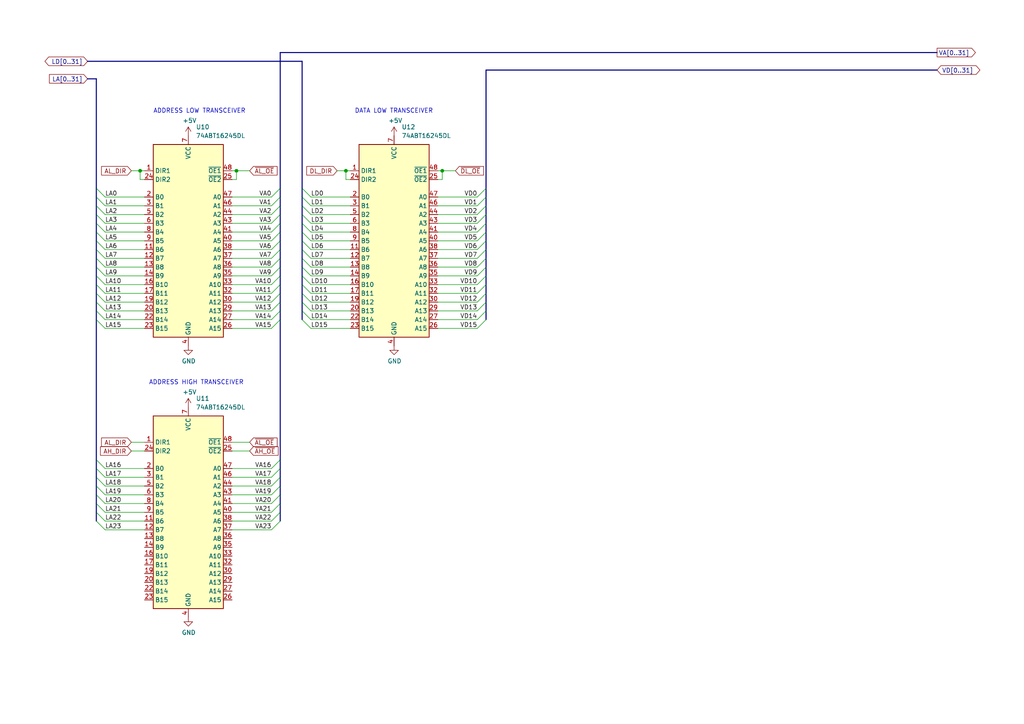
<source format=kicad_sch>
(kicad_sch (version 20231120) (generator "eeschema") (generator_version "8.0")
  (paper "A4")
  (title_block (title "k30s-VME") (rev "1"))
  (junction (at 398.78 138.43))
  (junction (at 433.07 57.15))
  (junction (at 398.78 146.05))
  (junction (at 396.24 57.15))
  (junction (at 349.25 133.35))
  (junction (at 398.78 143.51))
  (junction (at 398.78 133.35))
  (junction (at 100.33 49.53))
  (junction (at 128.27 49.53))
  (junction (at 398.78 130.81))
  (junction (at 68.58 49.53))
  (junction (at 400.05 123.19))
  (junction (at 461.01 57.15))
  (junction (at 427.99 123.19))
  (junction (at 321.31 133.35))
  (junction (at 398.78 140.97))
  (junction (at 398.78 135.89))
  (junction (at 40.64 49.53))
  (junction (at 368.3 57.15))
  (bus_entry (at 138.43 72.39) (size 2.54 -2.54))
  (bus_entry (at 78.74 95.25) (size 2.54 -2.54))
  (bus_entry (at 30.48 151.13) (size -2.54 -2.54))
  (bus_entry (at 419.1 67.31) (size -2.54 -2.54))
  (bus_entry (at 311.15 171.45) (size -2.54 -2.54))
  (bus_entry (at 438.15 168.91) (size 2.54 -2.54))
  (bus_entry (at 90.17 77.47) (size -2.54 -2.54))
  (bus_entry (at 138.43 77.47) (size 2.54 -2.54))
  (bus_entry (at 30.48 82.55) (size -2.54 -2.54))
  (bus_entry (at 311.15 146.05) (size -2.54 -2.54))
  (bus_entry (at 138.43 67.31) (size 2.54 -2.54))
  (bus_entry (at 474.98 92.71) (size 2.54 -2.54))
  (bus_entry (at 408.94 97.79) (size 2.54 -2.54))
  (bus_entry (at 311.15 173.99) (size -2.54 -2.54))
  (bus_entry (at 311.15 156.21) (size -2.54 -2.54))
  (bus_entry (at 355.6 97.79) (size -2.54 -2.54))
  (bus_entry (at 419.1 90.17) (size -2.54 -2.54))
  (bus_entry (at 138.43 87.63) (size 2.54 -2.54))
  (bus_entry (at 438.15 143.51) (size 2.54 -2.54))
  (bus_entry (at 355.6 69.85) (size -2.54 -2.54))
  (bus_entry (at 78.74 62.23) (size 2.54 -2.54))
  (bus_entry (at 90.17 67.31) (size -2.54 -2.54))
  (bus_entry (at 138.43 80.01) (size 2.54 -2.54))
  (bus_entry (at 419.1 74.93) (size -2.54 -2.54))
  (bus_entry (at 359.41 198.12) (size 2.54 -2.54))
  (bus_entry (at 90.17 64.77) (size -2.54 -2.54))
  (bus_entry (at 30.48 153.67) (size -2.54 -2.54))
  (bus_entry (at 30.48 146.05) (size -2.54 -2.54))
  (bus_entry (at 438.15 140.97) (size 2.54 -2.54))
  (bus_entry (at 78.74 148.59) (size 2.54 -2.54))
  (bus_entry (at 30.48 80.01) (size -2.54 -2.54))
  (bus_entry (at 138.43 62.23) (size 2.54 -2.54))
  (bus_entry (at 355.6 80.01) (size -2.54 -2.54))
  (bus_entry (at 438.15 135.89) (size 2.54 -2.54))
  (bus_entry (at 419.1 87.63) (size -2.54 -2.54))
  (bus_entry (at 408.94 64.77) (size 2.54 -2.54))
  (bus_entry (at 355.6 90.17) (size -2.54 -2.54))
  (bus_entry (at 355.6 92.71) (size -2.54 -2.54))
  (bus_entry (at 474.98 64.77) (size 2.54 -2.54))
  (bus_entry (at 438.15 151.13) (size 2.54 -2.54))
  (bus_entry (at 30.48 87.63) (size -2.54 -2.54))
  (bus_entry (at 438.15 148.59) (size 2.54 -2.54))
  (bus_entry (at 408.94 69.85) (size 2.54 -2.54))
  (bus_entry (at 474.98 87.63) (size 2.54 -2.54))
  (bus_entry (at 359.41 203.2) (size 2.54 -2.54))
  (bus_entry (at 408.94 77.47) (size 2.54 -2.54))
  (bus_entry (at 355.6 67.31) (size -2.54 -2.54))
  (bus_entry (at 311.15 213.36) (size -2.54 -2.54))
  (bus_entry (at 359.41 168.91) (size 2.54 -2.54))
  (bus_entry (at 355.6 87.63) (size -2.54 -2.54))
  (bus_entry (at 355.6 82.55) (size -2.54 -2.54))
  (bus_entry (at 438.15 158.75) (size 2.54 -2.54))
  (bus_entry (at 311.15 200.66) (size -2.54 -2.54))
  (bus_entry (at 78.74 143.51) (size 2.54 -2.54))
  (bus_entry (at 90.17 90.17) (size -2.54 -2.54))
  (bus_entry (at 419.1 72.39) (size -2.54 -2.54))
  (bus_entry (at 359.41 200.66) (size 2.54 -2.54))
  (bus_entry (at 419.1 77.47) (size -2.54 -2.54))
  (bus_entry (at 359.41 146.05) (size 2.54 -2.54))
  (bus_entry (at 78.74 59.69) (size 2.54 -2.54))
  (bus_entry (at 355.6 77.47) (size -2.54 -2.54))
  (bus_entry (at 419.1 85.09) (size -2.54 -2.54))
  (bus_entry (at 359.41 158.75) (size 2.54 -2.54))
  (bus_entry (at 359.41 173.99) (size 2.54 -2.54))
  (bus_entry (at 311.15 140.97) (size -2.54 -2.54))
  (bus_entry (at 90.17 72.39) (size -2.54 -2.54))
  (bus_entry (at 408.94 67.31) (size 2.54 -2.54))
  (bus_entry (at 78.74 140.97) (size 2.54 -2.54))
  (bus_entry (at 392.43 166.37) (size -2.54 -2.54))
  (bus_entry (at 474.98 74.93) (size 2.54 -2.54))
  (bus_entry (at 30.48 62.23) (size -2.54 -2.54))
  (bus_entry (at 138.43 95.25) (size 2.54 -2.54))
  (bus_entry (at 78.74 64.77) (size 2.54 -2.54))
  (bus_entry (at 359.41 205.74) (size 2.54 -2.54))
  (bus_entry (at 30.48 85.09) (size -2.54 -2.54))
  (bus_entry (at 30.48 64.77) (size -2.54 -2.54))
  (bus_entry (at 78.74 77.47) (size 2.54 -2.54))
  (bus_entry (at 359.41 151.13) (size 2.54 -2.54))
  (bus_entry (at 392.43 151.13) (size -2.54 -2.54))
  (bus_entry (at 78.74 69.85) (size 2.54 -2.54))
  (bus_entry (at 438.15 166.37) (size 2.54 -2.54))
  (bus_entry (at 30.48 92.71) (size -2.54 -2.54))
  (bus_entry (at 90.17 87.63) (size -2.54 -2.54))
  (bus_entry (at 78.74 57.15) (size 2.54 -2.54))
  (bus_entry (at 355.6 100.33) (size -2.54 -2.54))
  (bus_entry (at 408.94 87.63) (size 2.54 -2.54))
  (bus_entry (at 359.41 208.28) (size 2.54 -2.54))
  (bus_entry (at 78.74 74.93) (size 2.54 -2.54))
  (bus_entry (at 90.17 57.15) (size -2.54 -2.54))
  (bus_entry (at 90.17 80.01) (size -2.54 -2.54))
  (bus_entry (at 359.41 179.07) (size 2.54 -2.54))
  (bus_entry (at 311.15 163.83) (size -2.54 -2.54))
  (bus_entry (at 359.41 176.53) (size 2.54 -2.54))
  (bus_entry (at 30.48 95.25) (size -2.54 -2.54))
  (bus_entry (at 408.94 85.09) (size 2.54 -2.54))
  (bus_entry (at 138.43 82.55) (size 2.54 -2.54))
  (bus_entry (at 392.43 153.67) (size -2.54 -2.54))
  (bus_entry (at 138.43 69.85) (size 2.54 -2.54))
  (bus_entry (at 474.98 85.09) (size 2.54 -2.54))
  (bus_entry (at 392.43 158.75) (size -2.54 -2.54))
  (bus_entry (at 90.17 82.55) (size -2.54 -2.54))
  (bus_entry (at 78.74 138.43) (size 2.54 -2.54))
  (bus_entry (at 30.48 59.69) (size -2.54 -2.54))
  (bus_entry (at 78.74 151.13) (size 2.54 -2.54))
  (bus_entry (at 359.41 213.36) (size 2.54 -2.54))
  (bus_entry (at 474.98 72.39) (size 2.54 -2.54))
  (bus_entry (at 30.48 74.93) (size -2.54 -2.54))
  (bus_entry (at 311.15 176.53) (size -2.54 -2.54))
  (bus_entry (at 419.1 64.77) (size -2.54 -2.54))
  (bus_entry (at 408.94 100.33) (size 2.54 -2.54))
  (bus_entry (at 138.43 90.17) (size 2.54 -2.54))
  (bus_entry (at 392.43 168.91) (size -2.54 -2.54))
  (bus_entry (at 359.41 166.37) (size 2.54 -2.54))
  (bus_entry (at 438.15 153.67) (size 2.54 -2.54))
  (bus_entry (at 30.48 69.85) (size -2.54 -2.54))
  (bus_entry (at 419.1 82.55) (size -2.54 -2.54))
  (bus_entry (at 359.41 163.83) (size 2.54 -2.54))
  (bus_entry (at 311.15 168.91) (size -2.54 -2.54))
  (bus_entry (at 408.94 95.25) (size 2.54 -2.54))
  (bus_entry (at 138.43 85.09) (size 2.54 -2.54))
  (bus_entry (at 311.15 203.2) (size -2.54 -2.54))
  (bus_entry (at 355.6 102.87) (size -2.54 -2.54))
  (bus_entry (at 474.98 82.55) (size 2.54 -2.54))
  (bus_entry (at 311.15 208.28) (size -2.54 -2.54))
  (bus_entry (at 30.48 138.43) (size -2.54 -2.54))
  (bus_entry (at 78.74 85.09) (size 2.54 -2.54))
  (bus_entry (at 419.1 95.25) (size -2.54 -2.54))
  (bus_entry (at 359.41 161.29) (size 2.54 -2.54))
  (bus_entry (at 474.98 67.31) (size 2.54 -2.54))
  (bus_entry (at 474.98 100.33) (size 2.54 -2.54))
  (bus_entry (at 419.1 69.85) (size -2.54 -2.54))
  (bus_entry (at 438.15 133.35) (size 2.54 -2.54))
  (bus_entry (at 438.15 130.81) (size 2.54 -2.54))
  (bus_entry (at 359.41 210.82) (size 2.54 -2.54))
  (bus_entry (at 474.98 80.01) (size 2.54 -2.54))
  (bus_entry (at 438.15 156.21) (size 2.54 -2.54))
  (bus_entry (at 359.41 148.59) (size 2.54 -2.54))
  (bus_entry (at 138.43 74.93) (size 2.54 -2.54))
  (bus_entry (at 311.15 198.12) (size -2.54 -2.54))
  (bus_entry (at 359.41 153.67) (size 2.54 -2.54))
  (bus_entry (at 138.43 59.69) (size 2.54 -2.54))
  (bus_entry (at 311.15 210.82) (size -2.54 -2.54))
  (bus_entry (at 90.17 69.85) (size -2.54 -2.54))
  (bus_entry (at 90.17 85.09) (size -2.54 -2.54))
  (bus_entry (at 78.74 146.05) (size 2.54 -2.54))
  (bus_entry (at 90.17 74.93) (size -2.54 -2.54))
  (bus_entry (at 311.15 143.51) (size -2.54 -2.54))
  (bus_entry (at 30.48 72.39) (size -2.54 -2.54))
  (bus_entry (at 474.98 90.17) (size 2.54 -2.54))
  (bus_entry (at 408.94 72.39) (size 2.54 -2.54))
  (bus_entry (at 355.6 74.93) (size -2.54 -2.54))
  (bus_entry (at 355.6 95.25) (size -2.54 -2.54))
  (bus_entry (at 30.48 140.97) (size -2.54 -2.54))
  (bus_entry (at 30.48 143.51) (size -2.54 -2.54))
  (bus_entry (at 438.15 146.05) (size 2.54 -2.54))
  (bus_entry (at 474.98 97.79) (size 2.54 -2.54))
  (bus_entry (at 359.41 140.97) (size 2.54 -2.54))
  (bus_entry (at 78.74 87.63) (size 2.54 -2.54))
  (bus_entry (at 90.17 92.71) (size -2.54 -2.54))
  (bus_entry (at 392.43 163.83) (size -2.54 -2.54))
  (bus_entry (at 438.15 138.43) (size 2.54 -2.54))
  (bus_entry (at 408.94 74.93) (size 2.54 -2.54))
  (bus_entry (at 30.48 90.17) (size -2.54 -2.54))
  (bus_entry (at 30.48 67.31) (size -2.54 -2.54))
  (bus_entry (at 30.48 57.15) (size -2.54 -2.54))
  (bus_entry (at 408.94 90.17) (size 2.54 -2.54))
  (bus_entry (at 392.43 161.29) (size -2.54 -2.54))
  (bus_entry (at 311.15 195.58) (size -2.54 -2.54))
  (bus_entry (at 138.43 57.15) (size 2.54 -2.54))
  (bus_entry (at 78.74 135.89) (size 2.54 -2.54))
  (bus_entry (at 419.1 97.79) (size -2.54 -2.54))
  (bus_entry (at 311.15 166.37) (size -2.54 -2.54))
  (bus_entry (at 355.6 85.09) (size -2.54 -2.54))
  (bus_entry (at 474.98 102.87) (size 2.54 -2.54))
  (bus_entry (at 474.98 95.25) (size 2.54 -2.54))
  (bus_entry (at 311.15 179.07) (size -2.54 -2.54))
  (bus_entry (at 311.15 158.75) (size -2.54 -2.54))
  (bus_entry (at 419.1 80.01) (size -2.54 -2.54))
  (bus_entry (at 474.98 69.85) (size 2.54 -2.54))
  (bus_entry (at 78.74 92.71) (size 2.54 -2.54))
  (bus_entry (at 311.15 151.13) (size -2.54 -2.54))
  (bus_entry (at 419.1 100.33) (size -2.54 -2.54))
  (bus_entry (at 311.15 161.29) (size -2.54 -2.54))
  (bus_entry (at 78.74 90.17) (size 2.54 -2.54))
  (bus_entry (at 359.41 143.51) (size 2.54 -2.54))
  (bus_entry (at 438.15 163.83) (size 2.54 -2.54))
  (bus_entry (at 408.94 80.01) (size 2.54 -2.54))
  (bus_entry (at 408.94 92.71) (size 2.54 -2.54))
  (bus_entry (at 90.17 62.23) (size -2.54 -2.54))
  (bus_entry (at 311.15 205.74) (size -2.54 -2.54))
  (bus_entry (at 419.1 102.87) (size -2.54 -2.54))
  (bus_entry (at 408.94 102.87) (size 2.54 -2.54))
  (bus_entry (at 408.94 82.55) (size 2.54 -2.54))
  (bus_entry (at 90.17 59.69) (size -2.54 -2.54))
  (bus_entry (at 359.41 195.58) (size 2.54 -2.54))
  (bus_entry (at 392.43 156.21) (size -2.54 -2.54))
  (bus_entry (at 419.1 92.71) (size -2.54 -2.54))
  (bus_entry (at 311.15 153.67) (size -2.54 -2.54))
  (bus_entry (at 438.15 161.29) (size 2.54 -2.54))
  (bus_entry (at 359.41 171.45) (size 2.54 -2.54))
  (bus_entry (at 78.74 153.67) (size 2.54 -2.54))
  (bus_entry (at 90.17 95.25) (size -2.54 -2.54))
  (bus_entry (at 359.41 156.21) (size 2.54 -2.54))
  (bus_entry (at 78.74 80.01) (size 2.54 -2.54))
  (bus_entry (at 355.6 72.39) (size -2.54 -2.54))
  (bus_entry (at 474.98 77.47) (size 2.54 -2.54))
  (bus_entry (at 138.43 64.77) (size 2.54 -2.54))
  (bus_entry (at 30.48 135.89) (size -2.54 -2.54))
  (bus_entry (at 78.74 72.39) (size 2.54 -2.54))
  (bus_entry (at 30.48 148.59) (size -2.54 -2.54))
  (bus_entry (at 311.15 148.59) (size -2.54 -2.54))
  (bus_entry (at 78.74 67.31) (size 2.54 -2.54))
  (bus_entry (at 138.43 92.71) (size 2.54 -2.54))
  (bus_entry (at 30.48 77.47) (size -2.54 -2.54))
  (bus_entry (at 78.74 82.55) (size 2.54 -2.54))
  (bus_entry (at 355.6 64.77) (size -2.54 -2.54))
  (bus (pts (xy 308.61 205.74) (xy 308.61 208.28)))
  (wire (pts (xy 41.91 148.59) (xy 30.48 148.59)))
  (bus (pts (xy 87.63 64.77) (xy 87.63 67.31)))
  (bus (pts (xy 308.61 148.59) (xy 308.61 151.13)))
  (wire (pts (xy 426.72 168.91) (xy 438.15 168.91)))
  (wire (pts (xy 426.72 166.37) (xy 438.15 166.37)))
  (wire (pts (xy 459.74 69.85) (xy 474.98 69.85)))
  (bus (pts (xy 308.61 203.2) (xy 308.61 205.74)))
  (bus (pts (xy 140.97 77.47) (xy 140.97 80.01)))
  (bus (pts (xy 361.95 203.2) (xy 361.95 205.74)))
  (bus (pts (xy 477.52 64.77) (xy 477.52 67.31)))
  (bus (pts (xy 361.95 161.29) (xy 361.95 163.83)))
  (bus (pts (xy 416.56 72.39) (xy 416.56 69.85)))
  (bus (pts (xy 477.52 95.25) (xy 477.52 97.79)))
  (wire (pts (xy 459.74 102.87) (xy 474.98 102.87)))
  (wire (pts (xy 101.6 52.07) (xy 100.33 52.07)))
  (wire (pts (xy 100.33 49.53) (xy 101.6 49.53)))
  (bus (pts (xy 87.63 77.47) (xy 87.63 80.01)))
  (wire (pts (xy 401.32 168.91) (xy 392.43 168.91)))
  (bus (pts (xy 81.28 15.24) (xy 81.28 54.61)))
  (bus (pts (xy 308.61 168.91) (xy 308.61 171.45)))
  (wire (pts (xy 322.58 173.99) (xy 311.15 173.99)))
  (wire (pts (xy 347.98 171.45) (xy 359.41 171.45)))
  (wire (pts (xy 347.98 210.82) (xy 359.41 210.82)))
  (wire (pts (xy 67.31 72.39) (xy 78.74 72.39)))
  (wire (pts (xy 321.31 135.89) (xy 321.31 133.35)))
  (wire (pts (xy 394.97 100.33) (xy 408.94 100.33)))
  (wire (pts (xy 359.41 203.2) (xy 347.98 203.2)))
  (wire (pts (xy 392.43 151.13) (xy 401.32 151.13)))
  (wire (pts (xy 311.15 161.29) (xy 322.58 161.29)))
  (wire (pts (xy 459.74 67.31) (xy 474.98 67.31)))
  (wire (pts (xy 322.58 210.82) (xy 311.15 210.82)))
  (wire (pts (xy 41.91 74.93) (xy 30.48 74.93)))
  (wire (pts (xy 355.6 72.39) (xy 369.57 72.39)))
  (wire (pts (xy 347.98 146.05) (xy 359.41 146.05)))
  (wire (pts (xy 359.41 168.91) (xy 347.98 168.91)))
  (wire (pts (xy 78.74 64.77) (xy 67.31 64.77)))
  (wire (pts (xy 398.78 130.81) (xy 398.78 133.35)))
  (wire (pts (xy 369.57 74.93) (xy 355.6 74.93)))
  (wire (pts (xy 138.43 85.09) (xy 127 85.09)))
  (bus (pts (xy 361.95 153.67) (xy 361.95 156.21)))
  (bus (pts (xy 308.61 161.29) (xy 308.61 163.83)))
  (bus (pts (xy 87.63 57.15) (xy 87.63 59.69)))
  (bus (pts (xy 416.56 64.77) (xy 416.56 62.23)))
  (bus (pts (xy 416.56 67.31) (xy 416.56 64.77)))
  (bus (pts (xy 308.61 97.79) (xy 308.61 138.43)))
  (wire (pts (xy 426.72 138.43) (xy 438.15 138.43)))
  (bus (pts (xy 440.69 158.75) (xy 440.69 161.29)))
  (bus (pts (xy 81.28 62.23) (xy 81.28 64.77)))
  (wire (pts (xy 426.72 148.59) (xy 438.15 148.59)))
  (wire (pts (xy 67.31 49.53) (xy 68.58 49.53)))
  (wire (pts (xy 394.97 102.87) (xy 408.94 102.87)))
  (wire (pts (xy 369.57 69.85) (xy 355.6 69.85)))
  (wire (pts (xy 396.24 59.69) (xy 396.24 57.15)))
  (wire (pts (xy 100.33 52.07) (xy 100.33 49.53)))
  (wire (pts (xy 419.1 85.09) (xy 434.34 85.09)))
  (wire (pts (xy 127 67.31) (xy 138.43 67.31)))
  (bus (pts (xy 411.48 64.77) (xy 411.48 67.31)))
  (wire (pts (xy 67.31 153.67) (xy 78.74 153.67)))
  (bus (pts (xy 440.69 143.51) (xy 440.69 146.05)))
  (wire (pts (xy 401.32 166.37) (xy 392.43 166.37)))
  (wire (pts (xy 397.51 123.19) (xy 400.05 123.19)))
  (wire (pts (xy 127 62.23) (xy 138.43 62.23)))
  (bus (pts (xy 140.97 20.32) (xy 271.78 20.32)))
  (wire (pts (xy 419.1 72.39) (xy 434.34 72.39)))
  (bus (pts (xy 27.94 54.61) (xy 27.94 57.15)))
  (wire (pts (xy 41.91 87.63) (xy 30.48 87.63)))
  (wire (pts (xy 369.57 67.31) (xy 355.6 67.31)))
  (bus (pts (xy 81.28 15.24) (xy 271.78 15.24)))
  (bus (pts (xy 416.56 80.01) (xy 416.56 77.47)))
  (wire (pts (xy 67.31 74.93) (xy 78.74 74.93)))
  (bus (pts (xy 361.95 208.28) (xy 361.95 210.82)))
  (bus (pts (xy 353.06 67.31) (xy 353.06 69.85)))
  (bus (pts (xy 353.06 31.75) (xy 353.06 62.23)))
  (bus (pts (xy 416.56 87.63) (xy 416.56 85.09)))
  (wire (pts (xy 68.58 52.07) (xy 68.58 49.53)))
  (wire (pts (xy 434.34 102.87) (xy 419.1 102.87)))
  (wire (pts (xy 459.74 97.79) (xy 474.98 97.79)))
  (bus (pts (xy 308.61 151.13) (xy 308.61 153.67)))
  (bus (pts (xy 411.48 77.47) (xy 411.48 80.01)))
  (wire (pts (xy 347.98 179.07) (xy 359.41 179.07)))
  (wire (pts (xy 359.41 195.58) (xy 347.98 195.58)))
  (wire (pts (xy 434.34 77.47) (xy 419.1 77.47)))
  (bus (pts (xy 416.56 90.17) (xy 416.56 87.63)))
  (wire (pts (xy 427.99 125.73) (xy 427.99 123.19)))
  (bus (pts (xy 27.94 57.15) (xy 27.94 59.69)))
  (bus (pts (xy 477.52 77.47) (xy 477.52 80.01)))
  (wire (pts (xy 347.98 208.28) (xy 359.41 208.28)))
  (bus (pts (xy 27.94 62.23) (xy 27.94 64.77)))
  (wire (pts (xy 398.78 138.43) (xy 398.78 140.97)))
  (bus (pts (xy 308.61 200.66) (xy 308.61 203.2)))
  (bus (pts (xy 361.95 193.04) (xy 361.95 195.58)))
  (bus (pts (xy 353.06 64.77) (xy 353.06 67.31)))
  (wire (pts (xy 426.72 146.05) (xy 438.15 146.05)))
  (bus (pts (xy 440.69 135.89) (xy 440.69 138.43)))
  (bus (pts (xy 87.63 69.85) (xy 87.63 72.39)))
  (wire (pts (xy 368.3 57.15) (xy 369.57 57.15)))
  (bus (pts (xy 389.89 158.75) (xy 389.89 156.21)))
  (bus (pts (xy 389.89 156.21) (xy 389.89 153.67)))
  (wire (pts (xy 127 69.85) (xy 138.43 69.85)))
  (bus (pts (xy 353.06 90.17) (xy 353.06 92.71)))
  (wire (pts (xy 408.94 92.71) (xy 394.97 92.71)))
  (bus (pts (xy 389.89 151.13) (xy 389.89 148.59)))
  (bus (pts (xy 416.56 95.25) (xy 416.56 92.71)))
  (wire (pts (xy 30.48 135.89) (xy 41.91 135.89)))
  (wire (pts (xy 394.97 59.69) (xy 396.24 59.69)))
  (bus (pts (xy 353.06 92.71) (xy 353.06 95.25)))
  (bus (pts (xy 27.94 82.55) (xy 27.94 85.09)))
  (bus (pts (xy 361.95 190.5) (xy 361.95 193.04)))
  (bus (pts (xy 389.89 144.78) (xy 386.08 144.78)))
  (wire (pts (xy 127 59.69) (xy 138.43 59.69)))
  (bus (pts (xy 27.94 77.47) (xy 27.94 80.01)))
  (bus (pts (xy 477.52 82.55) (xy 477.52 85.09)))
  (wire (pts (xy 347.98 163.83) (xy 359.41 163.83)))
  (wire (pts (xy 67.31 87.63) (xy 78.74 87.63)))
  (wire (pts (xy 419.1 64.77) (xy 434.34 64.77)))
  (bus (pts (xy 308.61 198.12) (xy 308.61 200.66)))
  (wire (pts (xy 67.31 59.69) (xy 78.74 59.69)))
  (bus (pts (xy 140.97 64.77) (xy 140.97 67.31)))
  (wire (pts (xy 78.74 135.89) (xy 67.31 135.89)))
  (bus (pts (xy 353.06 74.93) (xy 353.06 77.47)))
  (bus (pts (xy 440.69 146.05) (xy 440.69 148.59)))
  (wire (pts (xy 41.91 72.39) (xy 30.48 72.39)))
  (wire (pts (xy 434.34 97.79) (xy 419.1 97.79)))
  (wire (pts (xy 426.72 163.83) (xy 438.15 163.83)))
  (wire (pts (xy 398.78 140.97) (xy 401.32 140.97)))
  (bus (pts (xy 361.95 146.05) (xy 361.95 148.59)))
  (bus (pts (xy 411.48 72.39) (xy 411.48 74.93)))
  (bus (pts (xy 140.97 59.69) (xy 140.97 62.23)))
  (bus (pts (xy 416.56 69.85) (xy 416.56 67.31)))
  (bus (pts (xy 81.28 67.31) (xy 81.28 69.85)))
  (bus (pts (xy 444.5 127) (xy 440.69 127)))
  (bus (pts (xy 81.28 77.47) (xy 81.28 80.01)))
  (wire (pts (xy 101.6 80.01) (xy 90.17 80.01)))
  (bus (pts (xy 87.63 90.17) (xy 87.63 92.71)))
  (wire (pts (xy 38.1 49.53) (xy 40.64 49.53)))
  (bus (pts (xy 308.61 195.58) (xy 308.61 198.12)))
  (bus (pts (xy 81.28 72.39) (xy 81.28 74.93)))
  (bus (pts (xy 361.95 97.79) (xy 361.95 138.43)))
  (wire (pts (xy 347.98 213.36) (xy 359.41 213.36)))
  (wire (pts (xy 365.76 57.15) (xy 368.3 57.15)))
  (bus (pts (xy 27.94 148.59) (xy 27.94 151.13)))
  (bus (pts (xy 477.52 90.17) (xy 477.52 92.71)))
  (bus (pts (xy 308.61 166.37) (xy 308.61 168.91)))
  (bus (pts (xy 87.63 54.61) (xy 87.63 17.78)))
  (wire (pts (xy 41.91 67.31) (xy 30.48 67.31)))
  (bus (pts (xy 25.4 22.86) (xy 27.94 22.86)))
  (bus (pts (xy 361.95 173.99) (xy 361.95 176.53)))
  (wire (pts (xy 355.6 64.77) (xy 369.57 64.77)))
  (wire (pts (xy 67.31 128.27) (xy 72.39 128.27)))
  (wire (pts (xy 394.97 80.01) (xy 408.94 80.01)))
  (wire (pts (xy 398.78 133.35) (xy 401.32 133.35)))
  (wire (pts (xy 394.97 69.85) (xy 408.94 69.85)))
  (wire (pts (xy 322.58 200.66) (xy 311.15 200.66)))
  (wire (pts (xy 426.72 123.19) (xy 427.99 123.19)))
  (bus (pts (xy 411.48 97.79) (xy 411.48 100.33)))
  (wire (pts (xy 426.72 130.81) (xy 438.15 130.81)))
  (wire (pts (xy 101.6 92.71) (xy 90.17 92.71)))
  (wire (pts (xy 322.58 176.53) (xy 311.15 176.53)))
  (bus (pts (xy 361.95 163.83) (xy 361.95 166.37)))
  (bus (pts (xy 440.69 130.81) (xy 440.69 133.35)))
  (bus (pts (xy 353.06 97.79) (xy 353.06 100.33)))
  (wire (pts (xy 101.6 59.69) (xy 90.17 59.69)))
  (bus (pts (xy 477.52 74.93) (xy 477.52 77.47)))
  (bus (pts (xy 27.94 85.09) (xy 27.94 87.63)))
  (wire (pts (xy 67.31 138.43) (xy 78.74 138.43)))
  (bus (pts (xy 416.56 74.93) (xy 416.56 72.39)))
  (bus (pts (xy 411.48 87.63) (xy 411.48 90.17)))
  (wire (pts (xy 426.72 156.21) (xy 438.15 156.21)))
  (wire (pts (xy 67.31 92.71) (xy 78.74 92.71)))
  (bus (pts (xy 81.28 90.17) (xy 81.28 92.71)))
  (wire (pts (xy 392.43 158.75) (xy 401.32 158.75)))
  (bus (pts (xy 416.56 85.09) (xy 416.56 82.55)))
  (bus (pts (xy 308.61 171.45) (xy 308.61 173.99)))
  (bus (pts (xy 361.95 195.58) (xy 361.95 198.12)))
  (bus (pts (xy 411.48 67.31) (xy 411.48 69.85)))
  (bus (pts (xy 27.94 92.71) (xy 27.94 133.35)))
  (bus (pts (xy 389.89 161.29) (xy 389.89 158.75)))
  (wire (pts (xy 398.78 146.05) (xy 401.32 146.05)))
  (wire (pts (xy 398.78 143.51) (xy 398.78 146.05)))
  (bus (pts (xy 81.28 148.59) (xy 81.28 151.13)))
  (bus (pts (xy 477.52 80.01) (xy 477.52 82.55)))
  (bus (pts (xy 81.28 57.15) (xy 81.28 59.69)))
  (wire (pts (xy 426.72 158.75) (xy 438.15 158.75)))
  (bus (pts (xy 361.95 156.21) (xy 361.95 158.75)))
  (wire (pts (xy 398.78 143.51) (xy 401.32 143.51)))
  (wire (pts (xy 359.41 161.29) (xy 347.98 161.29)))
  (wire (pts (xy 138.43 57.15) (xy 127 57.15)))
  (wire (pts (xy 401.32 125.73) (xy 400.05 125.73)))
  (wire (pts (xy 369.57 77.47) (xy 355.6 77.47)))
  (bus (pts (xy 140.97 82.55) (xy 140.97 85.09)))
  (wire (pts (xy 78.74 85.09) (xy 67.31 85.09)))
  (wire (pts (xy 67.31 140.97) (xy 78.74 140.97)))
  (bus (pts (xy 411.48 95.25) (xy 411.48 97.79)))
  (wire (pts (xy 68.58 49.53) (xy 72.39 49.53)))
  (bus (pts (xy 477.52 62.23) (xy 477.52 64.77)))
  (wire (pts (xy 322.58 163.83) (xy 311.15 163.83)))
  (bus (pts (xy 416.56 62.23) (xy 416.56 31.75)))
  (wire (pts (xy 430.53 57.15) (xy 433.07 57.15)))
  (wire (pts (xy 322.58 205.74) (xy 311.15 205.74)))
  (wire (pts (xy 459.74 82.55) (xy 474.98 82.55)))
  (bus (pts (xy 308.61 193.04) (xy 308.61 195.58)))
  (bus (pts (xy 389.89 153.67) (xy 389.89 151.13)))
  (bus (pts (xy 440.69 148.59) (xy 440.69 151.13)))
  (wire (pts (xy 347.98 176.53) (xy 359.41 176.53)))
  (wire (pts (xy 347.98 151.13) (xy 359.41 151.13)))
  (bus (pts (xy 361.95 143.51) (xy 361.95 146.05)))
  (wire (pts (xy 401.32 156.21) (xy 392.43 156.21)))
  (wire (pts (xy 41.91 80.01) (xy 30.48 80.01)))
  (bus (pts (xy 353.06 69.85) (xy 353.06 72.39)))
  (bus (pts (xy 140.97 74.93) (xy 140.97 77.47)))
  (wire (pts (xy 474.98 64.77) (xy 459.74 64.77)))
  (bus (pts (xy 27.94 138.43) (xy 27.94 140.97)))
  (bus (pts (xy 440.69 151.13) (xy 440.69 153.67)))
  (bus (pts (xy 361.95 158.75) (xy 361.95 161.29)))
  (bus (pts (xy 81.28 59.69) (xy 81.28 62.23)))
  (wire (pts (xy 408.94 85.09) (xy 394.97 85.09)))
  (bus (pts (xy 308.61 140.97) (xy 308.61 143.51)))
  (bus (pts (xy 81.28 64.77) (xy 81.28 67.31)))
  (wire (pts (xy 41.91 153.67) (xy 30.48 153.67)))
  (bus (pts (xy 308.61 138.43) (xy 308.61 140.97)))
  (wire (pts (xy 322.58 156.21) (xy 311.15 156.21)))
  (wire (pts (xy 41.91 90.17) (xy 30.48 90.17)))
  (bus (pts (xy 389.89 166.37) (xy 389.89 163.83)))
  (wire (pts (xy 359.41 140.97) (xy 347.98 140.97)))
  (wire (pts (xy 426.72 161.29) (xy 438.15 161.29)))
  (bus (pts (xy 308.61 158.75) (xy 308.61 161.29)))
  (wire (pts (xy 78.74 143.51) (xy 67.31 143.51)))
  (wire (pts (xy 90.17 57.15) (xy 101.6 57.15)))
  (bus (pts (xy 81.28 143.51) (xy 81.28 146.05)))
  (wire (pts (xy 318.77 133.35) (xy 321.31 133.35)))
  (bus (pts (xy 477.52 87.63) (xy 477.52 90.17)))
  (wire (pts (xy 347.98 156.21) (xy 359.41 156.21)))
  (wire (pts (xy 434.34 74.93) (xy 419.1 74.93)))
  (wire (pts (xy 311.15 195.58) (xy 322.58 195.58)))
  (wire (pts (xy 30.48 77.47) (xy 41.91 77.47)))
  (bus (pts (xy 353.06 87.63) (xy 353.06 90.17)))
  (bus (pts (xy 361.95 200.66) (xy 361.95 203.2)))
  (bus (pts (xy 87.63 72.39) (xy 87.63 74.93)))
  (wire (pts (xy 426.72 133.35) (xy 438.15 133.35)))
  (bus (pts (xy 411.48 80.01) (xy 411.48 82.55)))
  (wire (pts (xy 41.91 52.07) (xy 40.64 52.07)))
  (wire (pts (xy 67.31 95.25) (xy 78.74 95.25)))
  (wire (pts (xy 400.05 125.73) (xy 400.05 123.19)))
  (wire (pts (xy 459.74 100.33) (xy 474.98 100.33)))
  (wire (pts (xy 67.31 69.85) (xy 78.74 69.85)))
  (wire (pts (xy 101.6 95.25) (xy 90.17 95.25)))
  (bus (pts (xy 81.28 146.05) (xy 81.28 148.59)))
  (bus (pts (xy 416.56 82.55) (xy 416.56 80.01)))
  (bus (pts (xy 87.63 59.69) (xy 87.63 62.23)))
  (bus (pts (xy 440.69 156.21) (xy 440.69 158.75)))
  (bus (pts (xy 353.06 72.39) (xy 353.06 74.93)))
  (wire (pts (xy 433.07 59.69) (xy 433.07 57.15)))
  (wire (pts (xy 322.58 151.13) (xy 311.15 151.13)))
  (wire (pts (xy 101.6 72.39) (xy 90.17 72.39)))
  (wire (pts (xy 434.34 100.33) (xy 419.1 100.33)))
  (bus (pts (xy 416.56 77.47) (xy 416.56 74.93)))
  (wire (pts (xy 101.6 90.17) (xy 90.17 90.17)))
  (wire (pts (xy 394.97 95.25) (xy 408.94 95.25)))
  (bus (pts (xy 140.97 87.63) (xy 140.97 90.17)))
  (wire (pts (xy 67.31 148.59) (xy 78.74 148.59)))
  (wire (pts (xy 322.58 179.07) (xy 311.15 179.07)))
  (wire (pts (xy 101.6 87.63) (xy 90.17 87.63)))
  (wire (pts (xy 398.78 138.43) (xy 401.32 138.43)))
  (bus (pts (xy 27.94 59.69) (xy 27.94 62.23)))
  (wire (pts (xy 90.17 64.77) (xy 101.6 64.77)))
  (wire (pts (xy 322.58 166.37) (xy 311.15 166.37)))
  (bus (pts (xy 477.52 92.71) (xy 477.52 95.25)))
  (bus (pts (xy 81.28 133.35) (xy 81.28 135.89)))
  (bus (pts (xy 87.63 82.55) (xy 87.63 85.09)))
  (wire (pts (xy 426.72 143.51) (xy 438.15 143.51)))
  (bus (pts (xy 27.94 72.39) (xy 27.94 74.93)))
  (wire (pts (xy 434.34 69.85) (xy 419.1 69.85)))
  (bus (pts (xy 389.89 148.59) (xy 389.89 144.78)))
  (wire (pts (xy 127 80.01) (xy 138.43 80.01)))
  (bus (pts (xy 353.06 95.25) (xy 353.06 97.79)))
  (wire (pts (xy 459.74 74.93) (xy 474.98 74.93)))
  (bus (pts (xy 27.94 143.51) (xy 27.94 146.05)))
  (bus (pts (xy 411.48 62.23) (xy 411.48 64.77)))
  (wire (pts (xy 322.58 198.12) (xy 311.15 198.12)))
  (bus (pts (xy 361.95 205.74) (xy 361.95 208.28)))
  (bus (pts (xy 440.69 140.97) (xy 440.69 143.51)))
  (wire (pts (xy 383.54 130.81) (xy 398.78 130.81)))
  (wire (pts (xy 394.97 57.15) (xy 396.24 57.15)))
  (wire (pts (xy 394.97 74.93) (xy 408.94 74.93)))
  (bus (pts (xy 477.52 67.31) (xy 477.52 69.85)))
  (bus (pts (xy 308.61 146.05) (xy 308.61 148.59)))
  (wire (pts (xy 434.34 80.01) (xy 419.1 80.01)))
  (wire (pts (xy 67.31 130.81) (xy 72.39 130.81)))
  (bus (pts (xy 356.87 29.21) (xy 477.52 29.21)))
  (bus (pts (xy 87.63 85.09) (xy 87.63 87.63)))
  (wire (pts (xy 394.97 67.31) (xy 408.94 67.31)))
  (wire (pts (xy 408.94 72.39) (xy 394.97 72.39)))
  (wire (pts (xy 38.1 128.27) (xy 41.91 128.27)))
  (wire (pts (xy 459.74 59.69) (xy 461.01 59.69)))
  (wire (pts (xy 398.78 140.97) (xy 398.78 143.51)))
  (wire (pts (xy 67.31 146.05) (xy 78.74 146.05)))
  (bus (pts (xy 389.89 163.83) (xy 389.89 161.29)))
  (wire (pts (xy 369.57 90.17) (xy 355.6 90.17)))
  (wire (pts (xy 30.48 64.77) (xy 41.91 64.77)))
  (bus (pts (xy 411.48 69.85) (xy 411.48 72.39)))
  (bus (pts (xy 440.69 138.43) (xy 440.69 140.97)))
  (wire (pts (xy 127 49.53) (xy 128.27 49.53)))
  (wire (pts (xy 369.57 59.69) (xy 368.3 59.69)))
  (bus (pts (xy 140.97 57.15) (xy 140.97 59.69)))
  (bus (pts (xy 87.63 54.61) (xy 87.63 57.15)))
  (bus (pts (xy 416.56 100.33) (xy 416.56 97.79)))
  (bus (pts (xy 440.69 153.67) (xy 440.69 156.21)))
  (bus (pts (xy 361.95 138.43) (xy 361.95 140.97)))
  (bus (pts (xy 477.52 72.39) (xy 477.52 74.93)))
  (bus (pts (xy 140.97 80.01) (xy 140.97 82.55)))
  (wire (pts (xy 67.31 62.23) (xy 78.74 62.23)))
  (wire (pts (xy 322.58 158.75) (xy 311.15 158.75)))
  (bus (pts (xy 87.63 17.78) (xy 25.4 17.78)))
  (bus (pts (xy 81.28 135.89) (xy 81.28 138.43)))
  (wire (pts (xy 347.98 205.74) (xy 359.41 205.74)))
  (wire (pts (xy 347.98 173.99) (xy 359.41 173.99)))
  (wire (pts (xy 355.6 85.09) (xy 369.57 85.09)))
  (wire (pts (xy 394.97 90.17) (xy 408.94 90.17)))
  (bus (pts (xy 27.94 80.01) (xy 27.94 82.55)))
  (wire (pts (xy 127 90.17) (xy 138.43 90.17)))
  (wire (pts (xy 474.98 85.09) (xy 459.74 85.09)))
  (bus (pts (xy 361.95 151.13) (xy 361.95 153.67)))
  (wire (pts (xy 434.34 67.31) (xy 419.1 67.31)))
  (bus (pts (xy 361.95 168.91) (xy 361.95 171.45)))
  (wire (pts (xy 322.58 208.28) (xy 311.15 208.28)))
  (wire (pts (xy 41.91 59.69) (xy 30.48 59.69)))
  (wire (pts (xy 127 95.25) (xy 138.43 95.25)))
  (wire (pts (xy 78.74 77.47) (xy 67.31 77.47)))
  (wire (pts (xy 398.78 146.05) (xy 398.78 148.59)))
  (bus (pts (xy 411.48 82.55) (xy 411.48 85.09)))
  (bus (pts (xy 361.95 171.45) (xy 361.95 173.99)))
  (wire (pts (xy 311.15 148.59) (xy 322.58 148.59)))
  (bus (pts (xy 416.56 97.79) (xy 416.56 95.25)))
  (wire (pts (xy 359.41 148.59) (xy 347.98 148.59)))
  (wire (pts (xy 433.07 57.15) (xy 434.34 57.15)))
  (bus (pts (xy 308.61 143.51) (xy 308.61 146.05)))
  (bus (pts (xy 81.28 82.55) (xy 81.28 85.09)))
  (wire (pts (xy 67.31 151.13) (xy 78.74 151.13)))
  (wire (pts (xy 347.98 135.89) (xy 349.25 135.89)))
  (wire (pts (xy 321.31 133.35) (xy 322.58 133.35)))
  (bus (pts (xy 87.63 62.23) (xy 87.63 64.77)))
  (bus (pts (xy 308.61 208.28) (xy 308.61 210.82)))
  (wire (pts (xy 67.31 80.01) (xy 78.74 80.01)))
  (bus (pts (xy 308.61 153.67) (xy 308.61 156.21)))
  (wire (pts (xy 41.91 92.71) (xy 30.48 92.71)))
  (bus (pts (xy 477.52 97.79) (xy 477.52 100.33)))
  (wire (pts (xy 355.6 92.71) (xy 369.57 92.71)))
  (wire (pts (xy 426.72 125.73) (xy 427.99 125.73)))
  (wire (pts (xy 127 52.07) (xy 128.27 52.07)))
  (bus (pts (xy 416.56 92.71) (xy 416.56 90.17)))
  (bus (pts (xy 140.97 85.09) (xy 140.97 87.63)))
  (wire (pts (xy 41.91 140.97) (xy 30.48 140.97)))
  (bus (pts (xy 27.94 54.61) (xy 27.94 22.86)))
  (wire (pts (xy 401.32 148.59) (xy 398.78 148.59)))
  (wire (pts (xy 30.48 85.09) (xy 41.91 85.09)))
  (wire (pts (xy 322.58 143.51) (xy 311.15 143.51)))
  (wire (pts (xy 347.98 200.66) (xy 359.41 200.66)))
  (wire (pts (xy 394.97 77.47) (xy 408.94 77.47)))
  (bus (pts (xy 440.69 161.29) (xy 440.69 163.83)))
  (wire (pts (xy 30.48 57.15) (xy 41.91 57.15)))
  (bus (pts (xy 81.28 87.63) (xy 81.28 90.17)))
  (bus (pts (xy 140.97 69.85) (xy 140.97 72.39)))
  (bus (pts (xy 440.69 127) (xy 440.69 128.27)))
  (wire (pts (xy 383.54 127) (xy 383.54 130.81)))
  (wire (pts (xy 459.74 80.01) (xy 474.98 80.01)))
  (wire (pts (xy 369.57 100.33) (xy 355.6 100.33)))
  (wire (pts (xy 78.74 57.15) (xy 67.31 57.15)))
  (wire (pts (xy 67.31 52.07) (xy 68.58 52.07)))
  (wire (pts (xy 434.34 90.17) (xy 419.1 90.17)))
  (wire (pts (xy 394.97 87.63) (xy 408.94 87.63)))
  (wire (pts (xy 347.98 166.37) (xy 359.41 166.37)))
  (wire (pts (xy 349.25 135.89) (xy 349.25 133.35)))
  (wire (pts (xy 401.32 161.29) (xy 392.43 161.29)))
  (bus (pts (xy 440.69 128.27) (xy 440.69 130.81)))
  (wire (pts (xy 127 74.93) (xy 138.43 74.93)))
  (wire (pts (xy 322.58 135.89) (xy 321.31 135.89)))
  (wire (pts (xy 394.97 97.79) (xy 408.94 97.79)))
  (wire (pts (xy 90.17 77.47) (xy 101.6 77.47)))
  (wire (pts (xy 322.58 146.05) (xy 311.15 146.05)))
  (bus (pts (xy 440.69 133.35) (xy 440.69 135.89)))
  (wire (pts (xy 459.74 90.17) (xy 474.98 90.17)))
  (bus (pts (xy 361.95 166.37) (xy 361.95 168.91)))
  (wire (pts (xy 408.94 64.77) (xy 394.97 64.77)))
  (wire (pts (xy 38.1 130.81) (xy 41.91 130.81)))
  (wire (pts (xy 347.98 153.67) (xy 359.41 153.67)))
  (bus (pts (xy 411.48 34.29) (xy 411.48 62.23)))
  (wire (pts (xy 127 72.39) (xy 138.43 72.39)))
  (wire (pts (xy 347.98 133.35) (xy 349.25 133.35)))
  (wire (pts (xy 401.32 163.83) (xy 392.43 163.83)))
  (wire (pts (xy 459.74 57.15) (xy 461.01 57.15)))
  (wire (pts (xy 369.57 95.25) (xy 355.6 95.25)))
  (bus (pts (xy 353.06 77.47) (xy 353.06 80.01)))
  (wire (pts (xy 41.91 62.23) (xy 30.48 62.23)))
  (bus (pts (xy 411.48 85.09) (xy 411.48 87.63)))
  (bus (pts (xy 140.97 67.31) (xy 140.97 69.85)))
  (wire (pts (xy 398.78 130.81) (xy 401.32 130.81)))
  (bus (pts (xy 308.61 190.5) (xy 308.61 193.04)))
  (wire (pts (xy 41.91 138.43) (xy 30.48 138.43)))
  (bus (pts (xy 27.94 87.63) (xy 27.94 90.17)))
  (bus (pts (xy 87.63 67.31) (xy 87.63 69.85)))
  (wire (pts (xy 398.78 133.35) (xy 398.78 135.89)))
  (wire (pts (xy 101.6 67.31) (xy 90.17 67.31)))
  (wire (pts (xy 474.98 92.71) (xy 459.74 92.71)))
  (wire (pts (xy 434.34 87.63) (xy 419.1 87.63)))
  (bus (pts (xy 87.63 80.01) (xy 87.63 82.55)))
  (wire (pts (xy 127 82.55) (xy 138.43 82.55)))
  (bus (pts (xy 140.97 20.32) (xy 140.97 54.61)))
  (bus (pts (xy 361.95 198.12) (xy 361.95 200.66)))
  (bus (pts (xy 308.61 156.21) (xy 308.61 158.75)))
  (wire (pts (xy 322.58 153.67) (xy 311.15 153.67)))
  (bus (pts (xy 308.61 173.99) (xy 308.61 176.53)))
  (wire (pts (xy 41.91 69.85) (xy 30.48 69.85)))
  (wire (pts (xy 369.57 80.01) (xy 355.6 80.01)))
  (wire (pts (xy 369.57 82.55) (xy 355.6 82.55)))
  (bus (pts (xy 27.94 146.05) (xy 27.94 148.59)))
  (wire (pts (xy 347.98 158.75) (xy 359.41 158.75)))
  (wire (pts (xy 400.05 123.19) (xy 401.32 123.19)))
  (wire (pts (xy 322.58 171.45) (xy 311.15 171.45)))
  (bus (pts (xy 353.06 62.23) (xy 353.06 64.77)))
  (bus (pts (xy 411.48 74.93) (xy 411.48 77.47)))
  (bus (pts (xy 81.28 54.61) (xy 81.28 57.15)))
  (bus (pts (xy 27.94 74.93) (xy 27.94 77.47)))
  (wire (pts (xy 138.43 77.47) (xy 127 77.47)))
  (bus (pts (xy 81.28 74.93) (xy 81.28 77.47)))
  (wire (pts (xy 474.98 72.39) (xy 459.74 72.39)))
  (wire (pts (xy 347.98 198.12) (xy 359.41 198.12)))
  (wire (pts (xy 41.91 82.55) (xy 30.48 82.55)))
  (wire (pts (xy 434.34 59.69) (xy 433.07 59.69)))
  (wire (pts (xy 40.64 49.53) (xy 41.91 49.53)))
  (wire (pts (xy 427.99 123.19) (xy 431.8 123.19)))
  (wire (pts (xy 41.91 151.13) (xy 30.48 151.13)))
  (wire (pts (xy 311.15 168.91) (xy 322.58 168.91)))
  (bus (pts (xy 477.52 29.21) (xy 477.52 62.23)))
  (bus (pts (xy 477.52 85.09) (xy 477.52 87.63)))
  (wire (pts (xy 30.48 143.51) (xy 41.91 143.51)))
  (bus (pts (xy 140.97 62.23) (xy 140.97 64.77)))
  (wire (pts (xy 461.01 57.15) (xy 464.82 57.15)))
  (wire (pts (xy 461.01 59.69) (xy 461.01 57.15)))
  (wire (pts (xy 311.15 203.2) (xy 322.58 203.2)))
  (bus (pts (xy 27.94 64.77) (xy 27.94 67.31)))
  (wire (pts (xy 459.74 95.25) (xy 474.98 95.25)))
  (bus (pts (xy 27.94 135.89) (xy 27.94 138.43)))
  (wire (pts (xy 311.15 140.97) (xy 322.58 140.97)))
  (bus (pts (xy 411.48 92.71) (xy 411.48 95.25)))
  (bus (pts (xy 81.28 138.43) (xy 81.28 140.97)))
  (wire (pts (xy 97.79 49.53) (xy 100.33 49.53)))
  (wire (pts (xy 101.6 74.93) (xy 90.17 74.93)))
  (bus (pts (xy 353.06 85.09) (xy 353.06 87.63)))
  (wire (pts (xy 419.1 92.71) (xy 434.34 92.71)))
  (bus (pts (xy 361.95 140.97) (xy 361.95 143.51)))
  (bus (pts (xy 27.94 140.97) (xy 27.94 143.51)))
  (wire (pts (xy 434.34 95.25) (xy 419.1 95.25)))
  (bus (pts (xy 27.94 67.31) (xy 27.94 69.85)))
  (wire (pts (xy 349.25 133.35) (xy 353.06 133.35)))
  (wire (pts (xy 369.57 87.63) (xy 355.6 87.63)))
  (bus (pts (xy 140.97 90.17) (xy 140.97 92.71)))
  (wire (pts (xy 127 92.71) (xy 138.43 92.71)))
  (bus (pts (xy 87.63 87.63) (xy 87.63 90.17)))
  (wire (pts (xy 128.27 52.07) (xy 128.27 49.53)))
  (wire (pts (xy 426.72 135.89) (xy 438.15 135.89)))
  (wire (pts (xy 398.78 135.89) (xy 398.78 138.43)))
  (wire (pts (xy 459.74 77.47) (xy 474.98 77.47)))
  (wire (pts (xy 128.27 49.53) (xy 132.08 49.53)))
  (wire (pts (xy 101.6 69.85) (xy 90.17 69.85)))
  (bus (pts (xy 140.97 54.61) (xy 140.97 57.15)))
  (wire (pts (xy 426.72 151.13) (xy 438.15 151.13)))
  (wire (pts (xy 41.91 95.25) (xy 30.48 95.25)))
  (bus (pts (xy 353.06 80.01) (xy 353.06 82.55)))
  (wire (pts (xy 369.57 102.87) (xy 355.6 102.87)))
  (wire (pts (xy 67.31 82.55) (xy 78.74 82.55)))
  (bus (pts (xy 440.69 163.83) (xy 440.69 166.37)))
  (bus (pts (xy 81.28 69.85) (xy 81.28 72.39)))
  (wire (pts (xy 41.91 146.05) (xy 30.48 146.05)))
  (bus (pts (xy 81.28 92.71) (xy 81.28 133.35)))
  (bus (pts (xy 308.61 163.83) (xy 308.61 166.37)))
  (wire (pts (xy 369.57 97.79) (xy 355.6 97.79)))
  (bus (pts (xy 87.63 74.93) (xy 87.63 77.47)))
  (wire (pts (xy 426.72 140.97) (xy 438.15 140.97)))
  (bus (pts (xy 353.06 82.55) (xy 353.06 85.09)))
  (wire (pts (xy 434.34 82.55) (xy 419.1 82.55)))
  (bus (pts (xy 81.28 80.01) (xy 81.28 82.55)))
  (wire (pts (xy 394.97 82.55) (xy 408.94 82.55)))
  (wire (pts (xy 127 87.63) (xy 138.43 87.63)))
  (bus (pts (xy 81.28 140.97) (xy 81.28 143.51)))
  (bus (pts (xy 140.97 72.39) (xy 140.97 74.93)))
  (wire (pts (xy 101.6 62.23) (xy 90.17 62.23)))
  (bus (pts (xy 361.95 148.59) (xy 361.95 151.13)))
  (wire (pts (xy 401.32 153.67) (xy 392.43 153.67)))
  (wire (pts (xy 90.17 85.09) (xy 101.6 85.09)))
  (bus (pts (xy 27.94 69.85) (xy 27.94 72.39)))
  (bus (pts (xy 411.48 90.17) (xy 411.48 92.71)))
  (wire (pts (xy 67.31 67.31) (xy 78.74 67.31)))
  (wire (pts (xy 398.78 135.89) (xy 401.32 135.89)))
  (wire (pts (xy 459.74 87.63) (xy 474.98 87.63)))
  (wire (pts (xy 138.43 64.77) (xy 127 64.77)))
  (bus (pts (xy 81.28 85.09) (xy 81.28 87.63)))
  (wire (pts (xy 101.6 82.55) (xy 90.17 82.55)))
  (bus (pts (xy 27.94 90.17) (xy 27.94 92.71)))
  (wire (pts (xy 396.24 57.15) (xy 400.05 57.15)))
  (bus (pts (xy 477.52 69.85) (xy 477.52 72.39)))
  (wire (pts (xy 40.64 52.07) (xy 40.64 49.53)))
  (wire (pts (xy 322.58 213.36) (xy 311.15 213.36)))
  (wire (pts (xy 347.98 143.51) (xy 359.41 143.51)))
  (wire (pts (xy 67.31 90.17) (xy 78.74 90.17)))
  (bus (pts (xy 27.94 133.35) (xy 27.94 135.89)))
  (wire (pts (xy 368.3 59.69) (xy 368.3 57.15)))
  (wire (pts (xy 426.72 153.67) (xy 438.15 153.67)))
  (text "D16 CROSS TRANSCEIVER\n" (at 370.84 40.64 0) (effects (font (size 1.27 1.27)) (justify left bottom)))
  (text "ADDRESS HIGH TRANSCEIVER\n" (at 43.18 111.76 0) (effects (font (size 1.27 1.27)) (justify left bottom)))
  (text "MD32 CROSS TRANSCEIVER\n" (at 434.34 40.64 0) (effects (font (size 1.27 1.27)) (justify left bottom)))
  (text "ADDRESS LOW TRANSCEIVER\n" (at 44.45 33.02 0) (effects (font (size 1.27 1.27)) (justify left bottom)))
  (text "A40 CROSS TRANSCEIVER\n" (at 402.59 106.68 0) (effects (font (size 1.27 1.27)) (justify left bottom)))
  (text "DATA LOW TRANSCEIVER\n" (at 102.87 33.02 0) (effects (font (size 1.27 1.27)) (justify left bottom)))
  (text "DATA HIGH TRANSCEIVER\n" (at 323.85 116.84 0) (effects (font (size 1.27 1.27)) (justify left bottom)))
  (label "VD20" (at 359.41 151.13 180))
  (label "LA20" (at 30.48 146.05 0))
  (label "VD17" (at 359.41 143.51 180))
  (label "VA0" (at 474.98 64.77 180))
  (label "VA8" (at 474.98 85.09 180))
  (label "LD19" (at 419.1 72.39 0))
  (label "LD28" (at 311.15 171.45 0))
  (label "LD24" (at 355.6 85.09 0))
  (label "VA2" (at 474.98 69.85 180))
  (label "VA15" (at 78.74 95.25 180))
  (label "VA11" (at 78.74 85.09 180))
  (label "VD2" (at 408.94 69.85 180))
  (label "VD7" (at 438.15 148.59 180))
  (label "LD24" (at 419.1 85.09 0))
  (label "VD0" (at 408.94 64.77 180))
  (label "VA5" (at 474.98 77.47 180))
  (label "LA18" (at 30.48 140.97 0))
  (label "VD22" (at 359.41 156.21 180))
  (label "LA6" (at 30.48 72.39 0))
  (label "VA9" (at 78.74 80.01 180))
  (label "VA29" (at 359.41 208.28 180))
  (label "VD29" (at 359.41 173.99 180))
  (label "VD8" (at 438.15 151.13 180))
  (label "VD14" (at 408.94 100.33 180))
  (label "VA10" (at 78.74 82.55 180))
  (label "LD21" (at 419.1 77.47 0))
  (label "LD28" (at 419.1 95.25 0))
  (label "VD10" (at 408.94 90.17 180))
  (label "VD27" (at 359.41 168.91 180))
  (label "LD25" (at 311.15 163.83 0))
  (label "LD25" (at 355.6 87.63 0))
  (label "LD21" (at 311.15 153.67 0))
  (label "LD8" (at 90.17 77.47 0))
  (label "VA7" (at 474.98 82.55 180))
  (label "LA27" (at 392.43 158.75 0))
  (label "VD9" (at 138.43 80.01 180))
  (label "LA14" (at 30.48 92.71 0))
  (label "LD28" (at 355.6 95.25 0))
  (label "LA1" (at 30.48 59.69 0))
  (label "LD2" (at 90.17 62.23 0))
  (label "VA13" (at 474.98 97.79 180))
  (label "LD16" (at 419.1 64.77 0))
  (label "VA4" (at 78.74 67.31 180))
  (label "LD15" (at 90.17 95.25 0))
  (label "VD13" (at 408.94 97.79 180))
  (label "LD18" (at 419.1 69.85 0))
  (label "VD8" (at 408.94 85.09 180))
  (label "VD30" (at 359.41 176.53 180))
  (label "VD0" (at 438.15 130.81 180))
  (label "VA27" (at 359.41 203.2 180))
  (label "LA31" (at 311.15 213.36 0))
  (label "LA24" (at 392.43 151.13 0))
  (label "LD31" (at 355.6 102.87 0))
  (label "LA25" (at 392.43 153.67 0))
  (label "LD17" (at 355.6 67.31 0))
  (label "LA26" (at 311.15 200.66 0))
  (label "LD13" (at 90.17 90.17 0))
  (label "LD29" (at 419.1 97.79 0))
  (label "VA3" (at 78.74 64.77 180))
  (label "VD9" (at 438.15 153.67 180))
  (label "LA17" (at 30.48 138.43 0))
  (label "VD31" (at 359.41 179.07 180))
  (label "LD11" (at 90.17 85.09 0))
  (label "LA8" (at 30.48 77.47 0))
  (label "VA14" (at 78.74 92.71 180))
  (label "VA19" (at 78.74 143.51 180))
  (label "VD11" (at 408.94 92.71 180))
  (label "VD13" (at 438.15 163.83 180))
  (label "VD1" (at 408.94 67.31 180))
  (label "LA12" (at 30.48 87.63 0))
  (label "LD19" (at 311.15 148.59 0))
  (label "LD26" (at 355.6 90.17 0))
  (label "VA21" (at 78.74 148.59 180))
  (label "VA8" (at 78.74 77.47 180))
  (label "VD9" (at 408.94 87.63 180))
  (label "VD3" (at 438.15 138.43 180))
  (label "VA0" (at 78.74 57.15 180))
  (label "VD10" (at 438.15 156.21 180))
  (label "LD30" (at 419.1 100.33 0))
  (label "VD11" (at 438.15 158.75 180))
  (label "VD8" (at 138.43 77.47 180))
  (label "VA26" (at 359.41 200.66 180))
  (label "VA20" (at 78.74 146.05 180))
  (label "LD17" (at 419.1 67.31 0))
  (label "LD16" (at 311.15 140.97 0))
  (label "VA6" (at 474.98 80.01 180))
  (label "LD20" (at 311.15 151.13 0))
  (label "VA18" (at 78.74 140.97 180))
  (label "LD22" (at 355.6 80.01 0))
  (label "LD20" (at 419.1 74.93 0))
  (label "VD12" (at 138.43 87.63 180))
  (label "LD25" (at 419.1 87.63 0))
  (label "LD22" (at 419.1 80.01 0))
  (label "LD1" (at 90.17 59.69 0))
  (label "VA12" (at 474.98 95.25 180))
  (label "LD21" (at 355.6 77.47 0))
  (label "VA31" (at 359.41 213.36 180))
  (label "LA21" (at 30.48 148.59 0))
  (label "LA11" (at 30.48 85.09 0))
  (label "VA6" (at 78.74 72.39 180))
  (label "LD27" (at 419.1 92.71 0))
  (label "VD4" (at 138.43 67.31 180))
  (label "VD7" (at 408.94 82.55 180))
  (label "VD26" (at 359.41 166.37 180))
  (label "VD3" (at 138.43 64.77 180))
  (label "VD2" (at 438.15 135.89 180))
  (label "LD22" (at 311.15 156.21 0))
  (label "LD23" (at 355.6 82.55 0))
  (label "VD15" (at 438.15 168.91 180))
  (label "LA4" (at 30.48 67.31 0))
  (label "VD21" (at 359.41 153.67 180))
  (label "VD6" (at 438.15 146.05 180))
  (label "LA28" (at 311.15 205.74 0))
  (label "VA4" (at 474.98 74.93 180))
  (label "VD23" (at 359.41 158.75 180))
  (label "LD23" (at 419.1 82.55 0))
  (label "VD0" (at 138.43 57.15 180))
  (label "LD18" (at 311.15 146.05 0))
  (label "LA26" (at 392.43 156.21 0))
  (label "LA15" (at 30.48 95.25 0))
  (label "VD5" (at 408.94 77.47 180))
  (label "VA16" (at 78.74 135.89 180))
  (label "VD1" (at 138.43 59.69 180))
  (label "LD19" (at 355.6 72.39 0))
  (label "LA25" (at 311.15 198.12 0))
  (label "LA7" (at 30.48 74.93 0))
  (label "VA14" (at 474.98 100.33 180))
  (label "VA15" (at 474.98 102.87 180))
  (label "VA2" (at 78.74 62.23 180))
  (label "LA30" (at 311.15 210.82 0))
  (label "LA30" (at 392.43 166.37 0))
  (label "LD31" (at 311.15 179.07 0))
  (label "VD15" (at 138.43 95.25 180))
  (label "VA11" (at 474.98 92.71 180))
  (label "VD15" (at 408.94 102.87 180))
  (label "VD19" (at 359.41 148.59 180))
  (label "VD13" (at 138.43 90.17 180))
  (label "LA23" (at 30.48 153.67 0))
  (label "LD17" (at 311.15 143.51 0))
  (label "LD26" (at 311.15 166.37 0))
  (label "VA23" (at 78.74 153.67 180))
  (label "LA2" (at 30.48 62.23 0))
  (label "LD31" (at 419.1 102.87 0))
  (label "VD25" (at 359.41 163.83 180))
  (label "VD28" (at 359.41 171.45 180))
  (label "VD4" (at 438.15 140.97 180))
  (label "VD14" (at 138.43 92.71 180))
  (label "LA27" (at 311.15 203.2 0))
  (label "VA13" (at 78.74 90.17 180))
  (label "LA28" (at 392.43 161.29 0))
  (label "LA16" (at 30.48 135.89 0))
  (label "VD18" (at 359.41 146.05 180))
  (label "LA24" (at 311.15 195.58 0))
  (label "VD11" (at 138.43 85.09 180))
  (label "LD12" (at 90.17 87.63 0))
  (label "LA19" (at 30.48 143.51 0))
  (label "VD7" (at 138.43 74.93 180))
  (label "VA24" (at 359.41 195.58 180))
  (label "VD5" (at 438.15 143.51 180))
  (label "VD14" (at 438.15 166.37 180))
  (label "LA10" (at 30.48 82.55 0))
  (label "LD3" (at 90.17 64.77 0))
  (label "LD5" (at 90.17 69.85 0))
  (label "VA28" (at 359.41 205.74 180))
  (label "LA31" (at 392.43 168.91 0))
  (label "LA22" (at 30.48 151.13 0))
  (label "VA10" (at 474.98 90.17 180))
  (label "VA17" (at 78.74 138.43 180))
  (label "VD10" (at 138.43 82.55 180))
  (label "VA1" (at 474.98 67.31 180))
  (label "LD23" (at 311.15 158.75 0))
  (label "LD27" (at 355.6 92.71 0))
  (label "VD12" (at 408.94 95.25 180))
  (label "VD12" (at 438.15 161.29 180))
  (label "LD10" (at 90.17 82.55 0))
  (label "LD0" (at 90.17 57.15 0))
  (label "LD30" (at 311.15 176.53 0))
  (label "LD29" (at 355.6 97.79 0))
  (label "LD14" (at 90.17 92.71 0))
  (label "LA29" (at 392.43 163.83 0))
  (label "LD30" (at 355.6 100.33 0))
  (label "LA13" (at 30.48 90.17 0))
  (label "LD18" (at 355.6 69.85 0))
  (label "LD9" (at 90.17 80.01 0))
  (label "VD4" (at 408.94 74.93 180))
  (label "VD2" (at 138.43 62.23 180))
  (label "LD4" (at 90.17 67.31 0))
  (label "LD27" (at 311.15 168.91 0))
  (label "LD29" (at 311.15 173.99 0))
  (label "VD5" (at 138.43 69.85 180))
  (label "VA5" (at 78.74 69.85 180))
  (label "VA7" (at 78.74 74.93 180))
  (label "LD6" (at 90.17 72.39 0))
  (label "VA3" (at 474.98 72.39 180))
  (label "LD26" (at 419.1 90.17 0))
  (label "VD3" (at 408.94 72.39 180))
  (label "VD6" (at 408.94 80.01 180))
  (label "VD6" (at 138.43 72.39 180))
  (label "VD24" (at 359.41 161.29 180))
  (label "LA0" (at 30.48 57.15 0))
  (label "VA1" (at 78.74 59.69 180))
  (label "LA3" (at 30.48 64.77 0))
  (label "LD24" (at 311.15 161.29 0))
  (label "LD16" (at 355.6 64.77 0))
  (label "VA9" (at 474.98 87.63 180))
  (label "VA25" (at 359.41 198.12 180))
  (label "LA5" (at 30.48 69.85 0))
  (label "LA9" (at 30.48 80.01 0))
  (label "LD7" (at 90.17 74.93 0))
  (label "VA22" (at 78.74 151.13 180))
  (label "VA30" (at 359.41 210.82 180))
  (label "VD16" (at 359.41 140.97 180))
  (label "LA29" (at 311.15 208.28 0))
  (label "VD1" (at 438.15 133.35 180))
  (label "VA12" (at 78.74 87.63 180))
  (label "LD20" (at 355.6 74.93 0))
  (global_label "LD[0..31]" (shape bidirectional) (at 25.4 17.78 180) (property "Intersheetrefs" "${INTERSHEET_REFS}" (effects (hide yes))))
  (global_label "A40X_DIR" (shape input) (at 397.51 123.19 180) (property "Intersheetrefs" "${INTERSHEET_REFS}" (effects (hide yes))))
  (global_label "VD[0..31]" (shape bidirectional) (at 271.78 20.32 0) (property "Intersheetrefs" "${INTERSHEET_REFS}" (effects (hide yes))))
  (global_label "LA[0..31]" (shape input) (at 25.4 22.86 180) (property "Intersheetrefs" "${INTERSHEET_REFS}" (effects (hide yes))))
  (global_label "~{DH_OE}" (shape input) (at 353.06 133.35 0) (property "Intersheetrefs" "${INTERSHEET_REFS}" (effects (hide yes))))
  (global_label "AL_DIR" (shape input) (at 38.1 128.27 180) (property "Intersheetrefs" "${INTERSHEET_REFS}" (effects (hide yes))))
  (global_label "LA[0..31]" (shape input) (at 386.08 144.78 180) (property "Intersheetrefs" "${INTERSHEET_REFS}" (effects (hide yes))))
  (global_label "DH_DIR" (shape input) (at 318.77 133.35 180) (property "Intersheetrefs" "${INTERSHEET_REFS}" (effects (hide yes))))
  (global_label "MD32X_DIR" (shape input) (at 430.53 57.15 180) (property "Intersheetrefs" "${INTERSHEET_REFS}" (effects (hide yes))))
  (global_label "~{AH_OE}" (shape input) (at 72.39 130.81 0) (property "Intersheetrefs" "${INTERSHEET_REFS}" (effects (hide yes))))
  (global_label "~{D16X_OE}" (shape input) (at 400.05 57.15 0) (property "Intersheetrefs" "${INTERSHEET_REFS}" (effects (hide yes))))
  (global_label "~{MD32X_OE}" (shape input) (at 464.82 57.15 0) (property "Intersheetrefs" "${INTERSHEET_REFS}" (effects (hide yes))))
  (global_label "~{AL_OE}" (shape input) (at 72.39 128.27 0) (property "Intersheetrefs" "${INTERSHEET_REFS}" (effects (hide yes))))
  (global_label "DL_DIR" (shape input) (at 97.79 49.53 180) (property "Intersheetrefs" "${INTERSHEET_REFS}" (effects (hide yes))))
  (global_label "VA[0..31]" (shape output) (at 271.78 15.24 0) (property "Intersheetrefs" "${INTERSHEET_REFS}" (effects (hide yes))))
  (global_label "VD[0..31]" (shape bidirectional) (at 444.5 127 0) (property "Intersheetrefs" "${INTERSHEET_REFS}" (effects (hide yes))))
  (global_label "D16X_DIR" (shape input) (at 365.76 57.15 180) (property "Intersheetrefs" "${INTERSHEET_REFS}" (effects (hide yes))))
  (global_label "~{AL_OE}" (shape input) (at 72.39 49.53 0) (property "Intersheetrefs" "${INTERSHEET_REFS}" (effects (hide yes))))
  (global_label "AL_DIR" (shape input) (at 38.1 49.53 180) (property "Intersheetrefs" "${INTERSHEET_REFS}" (effects (hide yes))))
  (global_label "AH_DIR" (shape input) (at 38.1 130.81 180) (property "Intersheetrefs" "${INTERSHEET_REFS}" (effects (hide yes))))
  (global_label "~{A40X_OE}" (shape input) (at 431.8 123.19 0) (property "Intersheetrefs" "${INTERSHEET_REFS}" (effects (hide yes))))
  (global_label "~{DL_OE}" (shape input) (at 132.08 49.53 0) (property "Intersheetrefs" "${INTERSHEET_REFS}" (effects (hide yes))))
  (symbol (lib_id "power:+5V") (at 335.28 123.19 0) (unit 1)
    (property "Reference" "#PWR01" (effects (hide yes)))
    (property "Value" "+5V" (at 335.661 118.7958 0))
  )
  (symbol (lib_id "Computie_Transceivers:74ABT16245DL") (at 54.61 148.59 0) (unit 1)
    (property "Reference" "U11" (at 56.8041 115.57 0) (effects (justify left)))
    (property "Value" "74ABT16245DL" (at 56.8041 118.11 0) (effects (justify left)))
    (property "Footprint" "Package_SO:TSSOP-48_6.1x12.5mm_P0.5mm" (effects (hide yes)))
    (property "Datasheet" "https://assets.nexperia.com/documents/data-sheet/74ALVC164245.pdf" (effects (hide yes)))
  )
  (symbol (lib_id "power:GND") (at 335.28 184.15 0) (unit 1)
    (property "Reference" "#PWR032" (effects (hide yes)))
    (property "Value" "GND" (at 335.407 188.5442 0))
  )
  (symbol (lib_id "power:GND") (at 114.3 100.33 0) (unit 1)
    (property "Reference" "#PWR032" (effects (hide yes)))
    (property "Value" "GND" (at 114.427 104.7242 0))
  )
  (symbol (lib_id "power:+5V") (at 382.27 46.99 0) (unit 1)
    (property "Reference" "#PWR01" (effects (hide yes)))
    (property "Value" "+5V" (at 382.651 42.5958 0))
  )
  (symbol (lib_id "power:+5V") (at 383.54 127 0) (unit 1)
    (property "Reference" "#PWR01" (effects (hide yes)))
    (property "Value" "+5V" (at 383.921 122.6058 0))
  )
  (symbol (lib_id "Computie_Transceivers:74ABT16245DL") (at 114.3 69.85 0) (unit 1)
    (property "Reference" "U12" (at 116.4941 36.83 0) (effects (justify left)))
    (property "Value" "74ABT16245DL" (at 116.4941 39.37 0) (effects (justify left)))
    (property "Footprint" "Package_SO:TSSOP-48_6.1x12.5mm_P0.5mm" (effects (hide yes)))
    (property "Datasheet" "https://assets.nexperia.com/documents/data-sheet/74ALVC164245.pdf" (effects (hide yes)))
  )
  (symbol (lib_id "power:GND") (at 414.02 173.99 0) (unit 1)
    (property "Reference" "#PWR032" (effects (hide yes)))
    (property "Value" "GND" (at 414.147 178.3842 0))
  )
  (symbol (lib_id "power:GND") (at 447.04 107.95 0) (unit 1)
    (property "Reference" "#PWR032" (effects (hide yes)))
    (property "Value" "GND" (at 447.167 112.3442 0))
  )
  (symbol (lib_id "Computie_Transceivers:74ABT16245DL") (at 54.61 69.85 0) (unit 1)
    (property "Reference" "U10" (at 56.8041 36.83 0) (effects (justify left)))
    (property "Value" "74ABT16245DL" (at 56.8041 39.37 0) (effects (justify left)))
    (property "Footprint" "Package_SO:TSSOP-48_6.1x12.5mm_P0.5mm" (effects (hide yes)))
    (property "Datasheet" "https://assets.nexperia.com/documents/data-sheet/74ALVC164245.pdf" (effects (hide yes)))
  )
  (symbol (lib_id "Computie_Transceivers:74ABT16245DL") (at 335.28 153.67 0) (unit 1)
    (property "Reference" "U13" (at 337.4741 120.65 0) (effects (justify left)))
    (property "Value" "74ABT16245DL" (at 337.4741 123.19 0) (effects (justify left)))
    (property "Footprint" "Package_SO:TSSOP-48_6.1x12.5mm_P0.5mm" (effects (hide yes)))
    (property "Datasheet" "https://assets.nexperia.com/documents/data-sheet/74ALVC164245.pdf" (effects (hide yes)))
  )
  (symbol (lib_id "power:+5V") (at 447.04 46.99 0) (unit 1)
    (property "Reference" "#PWR01" (effects (hide yes)))
    (property "Value" "+5V" (at 447.421 42.5958 0))
  )
  (symbol (lib_id "power:+5V") (at 114.3 39.37 0) (unit 1)
    (property "Reference" "#PWR01" (effects (hide yes)))
    (property "Value" "+5V" (at 114.681 34.9758 0))
  )
  (symbol (lib_id "power:GND") (at 54.61 100.33 0) (unit 1)
    (property "Reference" "#PWR032" (effects (hide yes)))
    (property "Value" "GND" (at 54.737 104.7242 0))
  )
  (symbol (lib_id "Computie_Transceivers:74ABT16245DL") (at 447.04 77.47 0) (unit 1)
    (property "Reference" "U16" (at 449.2341 44.45 0) (effects (justify left)))
    (property "Value" "74ABT16245DL" (at 449.2341 46.99 0) (effects (justify left)))
    (property "Footprint" "Package_SO:TSSOP-48_6.1x12.5mm_P0.5mm" (effects (hide yes)))
    (property "Datasheet" "https://assets.nexperia.com/documents/data-sheet/74ALVC164245.pdf" (effects (hide yes)))
  )
  (symbol (lib_id "power:GND") (at 382.27 107.95 0) (unit 1)
    (property "Reference" "#PWR032" (effects (hide yes)))
    (property "Value" "GND" (at 382.397 112.3442 0))
  )
  (symbol (lib_id "power:+5V") (at 54.61 39.37 0) (unit 1)
    (property "Reference" "#PWR01" (effects (hide yes)))
    (property "Value" "+5V" (at 54.991 34.9758 0))
  )
  (symbol (lib_id "power:GND") (at 54.61 179.07 0) (unit 1)
    (property "Reference" "#PWR032" (effects (hide yes)))
    (property "Value" "GND" (at 54.737 183.4642 0))
  )
  (symbol (lib_id "power:+5V") (at 54.61 118.11 0) (unit 1)
    (property "Reference" "#PWR01" (effects (hide yes)))
    (property "Value" "+5V" (at 54.991 113.7158 0))
  )
  (symbol (lib_id "power:+5V") (at 414.02 113.03 0) (unit 1)
    (property "Reference" "#PWR01" (effects (hide yes)))
    (property "Value" "+5V" (at 414.401 108.6358 0))
  )
  (symbol (lib_id "Computie_Transceivers:74ABT16245DL") (at 414.02 143.51 0) (unit 1)
    (property "Reference" "U15" (at 416.2141 110.49 0) (effects (justify left)))
    (property "Value" "74ABT16245DL" (at 416.2141 113.03 0) (effects (justify left)))
    (property "Footprint" "Package_SO:TSSOP-48_6.1x12.5mm_P0.5mm" (effects (hide yes)))
    (property "Datasheet" "https://assets.nexperia.com/documents/data-sheet/74ALVC164245.pdf" (effects (hide yes)))
  )
  (symbol (lib_id "Computie_Transceivers:74ABT16245DL") (at 382.27 77.47 0) (unit 1)
    (property "Reference" "U14" (at 384.4641 44.45 0) (effects (justify left)))
    (property "Value" "74ABT16245DL" (at 384.4641 46.99 0) (effects (justify left)))
    (property "Footprint" "Package_SO:TSSOP-48_6.1x12.5mm_P0.5mm" (effects (hide yes)))
    (property "Datasheet" "https://assets.nexperia.com/documents/data-sheet/74ALVC164245.pdf" (effects (hide yes)))
  )
)
</source>
